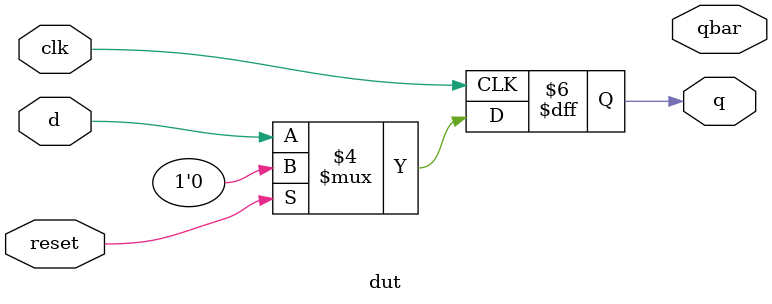
<source format=sv>
module dut(

input logic clk,reset,d,

output logic q,qbar

);

always_ff @(posedge clk) begin

if(!reset) begin
q <= d;

end

else begin
q <= 0;

end


end



endmodule

</source>
